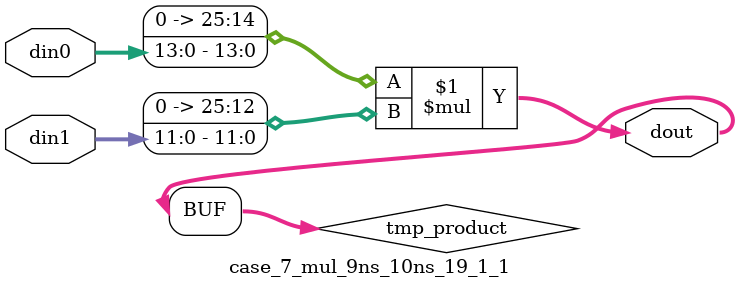
<source format=v>

`timescale 1 ns / 1 ps

 (* use_dsp = "no" *)  module case_7_mul_9ns_10ns_19_1_1(din0, din1, dout);
parameter ID = 1;
parameter NUM_STAGE = 0;
parameter din0_WIDTH = 14;
parameter din1_WIDTH = 12;
parameter dout_WIDTH = 26;

input [din0_WIDTH - 1 : 0] din0; 
input [din1_WIDTH - 1 : 0] din1; 
output [dout_WIDTH - 1 : 0] dout;

wire signed [dout_WIDTH - 1 : 0] tmp_product;
























assign tmp_product = $signed({1'b0, din0}) * $signed({1'b0, din1});











assign dout = tmp_product;





















endmodule

</source>
